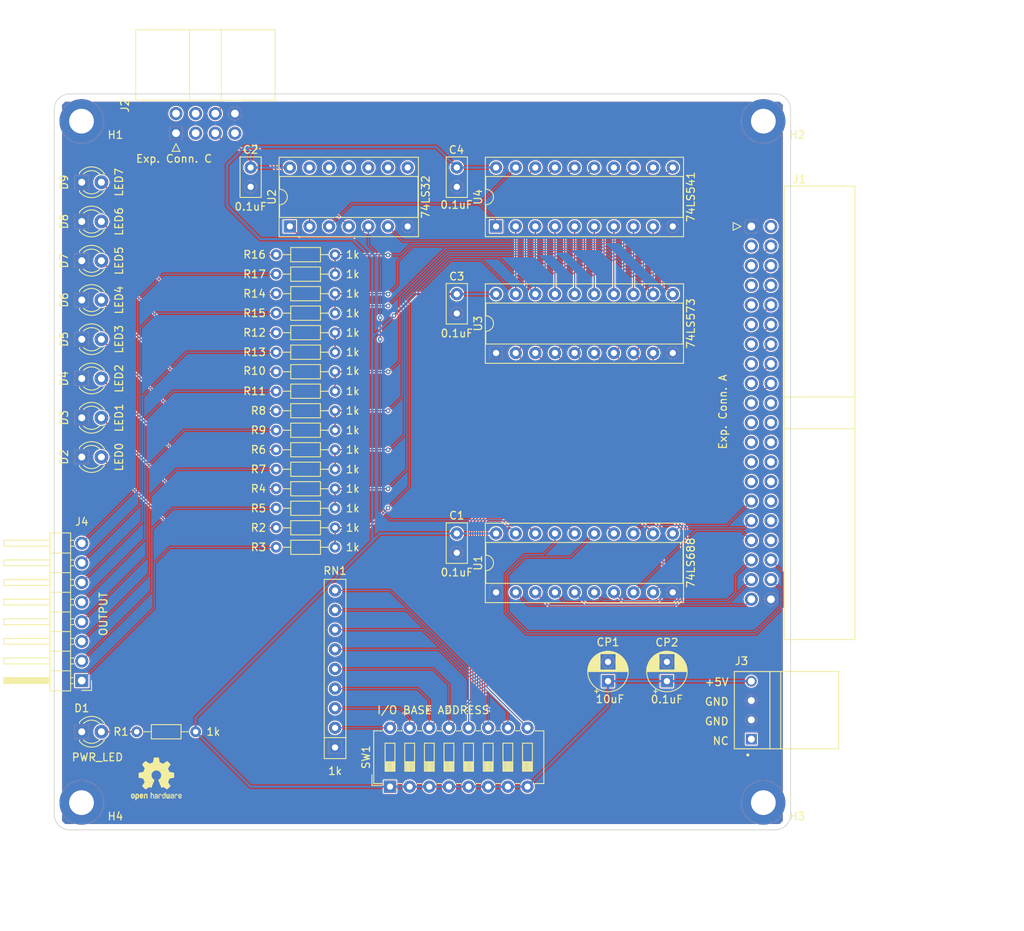
<source format=kicad_pcb>
(kicad_pcb (version 20240108) (generator "pcbnew") (generator_version "8.0")
  (title_block (date "2023-10-23"))
  (layers (0 "F.Cu" mixed) (31 "B.Cu" mixed) (34 "B.Paste" user) (35 "F.Paste" user) (36 "B.SilkS" user "B.Silkscreen") (37 "F.SilkS" user "F.Silkscreen") (38 "B.Mask" user) (39 "F.Mask" user) (44 "Edge.Cuts" user))
  (net 0 "")
  (net 1 "/+5V")
  (net 2 "/GND")
  (net 3 "/~{NMI}")
  (net 4 "/~{RESET}")
  (net 5 "/BUS_CLK")
  (net 6 "/CPU_CLK")
  (net 7 "/~{B_M1}")
  (net 8 "/~{B_IORQ}")
  (net 9 "/~{B_MREQ}")
  (net 10 "/~{B_WR}")
  (net 11 "/~{B_RD}")
  (net 12 "/~{WAIT}")
  (net 13 "/~{B_RFSH}")
  (net 14 "/B_D7")
  (net 15 "/B_D6")
  (net 16 "/B_D5")
  (net 17 "/B_D4")
  (net 18 "/B_D3")
  (net 19 "/B_D2")
  (net 20 "/B_D1")
  (net 21 "/B_D0")
  (net 22 "/B_A15")
  (net 23 "/B_A14")
  (net 24 "/B_A13")
  (net 25 "/B_A12")
  (net 26 "/B_A11")
  (net 27 "/B_A10")
  (net 28 "/B_A9")
  (net 29 "/B_A8")
  (net 30 "/B_A7")
  (net 31 "/B_A6")
  (net 32 "/B_A5")
  (net 33 "/B_A4")
  (net 34 "/B_A3")
  (net 35 "/B_A2")
  (net 36 "/B_A1")
  (net 37 "/B_A0")
  (net 38 "/~{INT}")
  (net 39 "/~{B_BUSACK}")
  (net 40 "/~{BUSREQ}")
  (net 41 "/PWR_LED+")
  (net 43 "/LED0+")
  (net 44 "/~{MEMR}")
  (net 45 "/~{MEMW}")
  (net 46 "/~{IOR}")
  (net 47 "/~{IOW}")
  (net 48 "/~{INTA}")
  (net 49 "/LED1+")
  (net 50 "/LED2+")
  (net 51 "/LED3+")
  (net 52 "/LED4+")
  (net 53 "/LED5+")
  (net 54 "/LED6+")
  (net 55 "/LED7+")
  (net 57 "/LED7")
  (net 58 "/LED6")
  (net 59 "/LED5")
  (net 60 "/LED4")
  (net 61 "/LED3")
  (net 62 "/LED2")
  (net 63 "/LED1")
  (net 64 "/LED0")
  (net 65 "/R_A0")
  (net 66 "/R_A3")
  (net 67 "/R_A4")
  (net 68 "/R_A5")
  (net 69 "/R_A7")
  (net 70 "/R_A2")
  (net 71 "/R_A1")
  (net 72 "/R_A6")
  (net 73 "/~{SIO_CS}")
  (net 77 "/~{SIO_WR}")
  (net 81 "/~{SIO_RD}")
  (net 82 "/PIN4")
  (net 83 "/PIN0")
  (net 84 "/PIN2")
  (net 85 "/PIN7")
  (net 86 "/PIN1")
  (net 87 "/PIN3")
  (net 88 "/PIN6")
  (net 89 "/PIN5")
  (footprint "MountingHole:MountingHole_3.2mm_M3_ISO7380_Pad" (layer "F.Cu") (at 28.925 28.925)
    (property "Reference" "H1")
    (property "Value" "MountingHole_Pad")
  )
  (footprint "Symbol:OSHW-Logo2_7.3x6mm_SilkScreen" (layer "F.Cu") (at 38.608 114.046)
    (property "Reference" "REF**" (hide yes))
    (property "Value" "OSHW-Logo2_7.3x6mm_SilkScreen" (hide yes))
  )
  (footprint "Capacitor_THT:C_Disc_D5.0mm_W2.5mm_P2.50mm" (layer "F.Cu") (at 50.8 34.925 -90)
    (property "Reference" "C2")
    (property "Value" "0.1uF")
  )
  (footprint "Capacitor_THT:C_Disc_D5.0mm_W2.5mm_P2.50mm" (layer "F.Cu") (at 77.47 34.925 -90)
    (property "Reference" "C4")
    (property "Value" "0.1uF")
  )
  (footprint "Resistor_THT:R_Axial_DIN0204_L3.6mm_D1.6mm_P7.62mm_Horizontal" (layer "F.Cu") (at 61.722 48.724 180)
    (property "Reference" "R17")
    (property "Value" "1k")
  )
  (footprint "LED_THT:LED_D3.0mm" (layer "F.Cu") (at 28.956 72.39)
    (property "Reference" "D2")
    (property "Value" "LED0")
  )
  (footprint "Capacitor_THT:CP_Radial_D5.0mm_P2.50mm" (layer "F.Cu") (at 97.028 101.406 90)
    (property "Reference" "CP1")
    (property "Value" "10uF")
  )
  (footprint "LED_THT:LED_D3.0mm" (layer "F.Cu") (at 28.956 52.07)
    (property "Reference" "D6")
    (property "Value" "LED4")
  )
  (footprint "Resistor_THT:R_Axial_DIN0204_L3.6mm_D1.6mm_P7.62mm_Horizontal" (layer "F.Cu") (at 61.722 51.249 180)
    (property "Reference" "R14")
    (property "Value" "1k")
  )
  (footprint "Resistor_THT:R_Axial_DIN0204_L3.6mm_D1.6mm_P7.62mm_Horizontal" (layer "F.Cu") (at 61.722 53.774 180)
    (property "Reference" "R15")
    (property "Value" "1k")
  )
  (footprint "Resistor_THT:R_Axial_DIN0204_L3.6mm_D1.6mm_P7.62mm_Horizontal" (layer "F.Cu") (at 43.688 107.95 180)
    (property "Reference" "R1")
    (property "Value" "1k")
  )
  (footprint "Connector_PinHeader_2.54mm:PinHeader_1x08_P2.54mm_Horizontal" (layer "F.Cu") (at 28.956 101.331 180)
    (property "Reference" "J4")
    (property "Value" "OUTPUT")
  )
  (footprint "Resistor_THT:R_Axial_DIN0204_L3.6mm_D1.6mm_P7.62mm_Horizontal" (layer "F.Cu") (at 61.722 63.874 180)
    (property "Reference" "R11")
    (property "Value" "1k")
  )
  (footprint "LED_THT:LED_D3.0mm" (layer "F.Cu") (at 28.956 67.31)
    (property "Reference" "D3")
    (property "Value" "LED1")
  )
  (footprint "Button_Switch_THT:SW_DIP_SPSTx08_Slide_6.7x21.88mm_W7.62mm_P2.54mm_LowProfile" (layer "F.Cu") (at 68.834 115.052 90)
    (property "Reference" "SW1")
    (property "Value" "I/O BASE ADDRESS")
  )
  (footprint "Resistor_THT:R_Axial_DIN0204_L3.6mm_D1.6mm_P7.62mm_Horizontal" (layer "F.Cu") (at 61.722 61.349 180)
    (property "Reference" "R10")
    (property "Value" "1k")
  )
  (footprint "MountingHole:MountingHole_3.2mm_M3_ISO7380_Pad" (layer "F.Cu") (at 117.125 28.925)
    (property "Reference" "H2")
    (property "Value" "MountingHole_Pad")
  )
  (footprint "LED_THT:LED_D3.0mm" (layer "F.Cu") (at 28.956 107.95)
    (property "Reference" "D1")
    (property "Value" "PWR_LED")
  )
  (footprint "Connector_IDC:IDC-Header_2x20_P2.54mm_Horizontal" (layer "F.Cu") (at 115.57 42.545)
    (property "Reference" "J1")
    (property "Value" "Exp. Conn. A")
  )
  (footprint "Resistor_THT:R_Axial_DIN0204_L3.6mm_D1.6mm_P7.62mm_Horizontal" (layer "F.Cu") (at 61.722 58.824 180)
    (property "Reference" "R13")
    (property "Value" "1k")
  )
  (footprint "Resistor_THT:R_Axial_DIN0204_L3.6mm_D1.6mm_P7.62mm_Horizontal" (layer "F.Cu") (at 61.722 73.974 180)
    (property "Reference" "R7")
    (property "Value" "1k")
  )
  (footprint "Resistor_THT:R_Axial_DIN0204_L3.6mm_D1.6mm_P7.62mm_Horizontal" (layer "F.Cu") (at 61.722 81.549 180)
    (property "Reference" "R2")
    (property "Value" "1k")
  )
  (footprint "LED_THT:LED_D3.0mm" (layer "F.Cu") (at 28.956 36.83)
    (property "Reference" "D9")
    (property "Value" "LED7")
  )
  (footprint "Resistor_THT:R_Axial_DIN0204_L3.6mm_D1.6mm_P7.62mm_Horizontal" (layer "F.Cu") (at 61.722 76.499 180)
    (property "Reference" "R4")
    (property "Value" "1k")
  )
  (footprint "Resistor_THT:R_Axial_DIN0204_L3.6mm_D1.6mm_P7.62mm_Horizontal" (layer "F.Cu") (at 61.722 71.449 180)
    (property "Reference" "R6")
    (property "Value" "1k")
  )
  (footprint "Package_DIP:DIP-20_W7.62mm_Socket" (layer "F.Cu") (at 82.55 42.545 90)
    (property "Reference" "U4")
    (property "Value" "74LS541")
  )
  (footprint "footprints:TE_171826-4" (layer "F.Cu") (at 120.12 105.156 90)
    (property "Reference" "J3")
    (property "Value" "Power")
  )
  (footprint "Resistor_THT:R_Array_SIP9" (layer "F.Cu") (at 61.722 109.982 90)
    (property "Reference" "RN1")
    (property "Value" "1k")
  )
  (footprint "Resistor_THT:R_Axial_DIN0204_L3.6mm_D1.6mm_P7.62mm_Horizontal" (layer "F.Cu") (at 61.722 56.299 180)
    (property "Reference" "R12")
    (property "Value" "1k")
  )
  (footprint "Capacitor_THT:C_Disc_D5.0mm_W2.5mm_P2.50mm" (layer "F.Cu") (at 77.47 51.308 -90)
    (property "Reference" "C3")
    (property "Value" "0.1uF")
  )
  (footprint "Capacitor_THT:C_Disc_D5.0mm_W2.5mm_P2.50mm" (layer "F.Cu") (at 77.47 82.286 -90)
    (property "Reference" "C1")
    (property "Value" "0.1uF")
  )
  (footprint "Capacitor_THT:CP_Radial_D5.0mm_P2.50mm" (layer "F.Cu") (at 104.648 101.406 90)
    (property "Reference" "CP2")
    (property "Value" "0.1uF")
  )
  (footprint "Package_DIP:DIP-14_W7.62mm_Socket" (layer "F.Cu") (at 55.875 42.545 90)
    (property "Reference" "U2")
    (property "Value" "74LS32")
  )
  (footprint "LED_THT:LED_D3.0mm" (layer "F.Cu") (at 28.956 41.91)
    (property "Reference" "D8")
    (property "Value" "LED6")
  )
  (footprint "Resistor_THT:R_Axial_DIN0204_L3.6mm_D1.6mm_P7.62mm_Horizontal" (layer "F.Cu") (at 61.722 79.024 180)
    (property "Reference" "R5")
    (property "Value" "1k")
  )
  (footprint "LED_THT:LED_D3.0mm" (layer "F.Cu") (at 28.956 57.15)
    (property "Reference" "D5")
    (property "Value" "LED3")
  )
  (footprint "Resistor_THT:R_Axial_DIN0204_L3.6mm_D1.6mm_P7.62mm_Horizontal" (layer "F.Cu") (at 61.722 46.199 180)
    (property "Reference" "R16")
    (property "Value" "1k")
  )
  (footprint "Resistor_THT:R_Axial_DIN0204_L3.6mm_D1.6mm_P7.62mm_Horizontal" (layer "F.Cu") (at 61.722 66.399 180)
    (property "Reference" "R8")
    (property "Value" "1k")
  )
  (footprint "Resistor_THT:R_Axial_DIN0204_L3.6mm_D1.6mm_P7.62mm_Horizontal" (layer "F.Cu") (at 61.722 84.074 180)
    (property "Reference" "R3")
    (property "Value" "1k")
  )
  (footprint "LED_THT:LED_D3.0mm" (layer "F.Cu") (at 28.956 46.99)
    (property "Reference" "D7")
    (property "Value" "LED5")
  )
  (footprint "Package_DIP:DIP-20_W7.62mm_Socket" (layer "F.Cu") (at 82.55 89.906 90)
    (property "Reference" "U1")
    (property "Value" "74LS688")
  )
  (footprint "MountingHole:MountingHole_3.2mm_M3_ISO7380_Pad" (layer "F.Cu") (at 28.925 117.125)
    (property "Reference" "H4")
    (property "Value" "MountingHole_Pad")
  )
  (footprint "Connector_IDC:IDC-Header_2x04_P2.54mm_Horizontal" (layer "F.Cu") (at 41.148 30.48 90)
    (property "Reference" "J2")
    (property "Value" "Exp. Conn. C")
  )
  (footprint "Package_DIP:DIP-20_W7.62mm_Socket" (layer "F.Cu") (at 82.55 58.928 90)
    (property "Reference" "U3")
    (property "Value" "74LS573")
  )
  (footprint "LED_THT:LED_D3.0mm" (layer "F.Cu") (at 28.956 62.23)
    (property "Reference" "D4")
    (property "Value" "LED2")
  )
  (footprint "MountingHole:MountingHole_3.2mm_M3_ISO7380_Pad" (layer "F.Cu") (at 117.125 117.125)
    (property "Reference" "H3")
    (property "Value" "MountingHole_Pad")
  )
  (footprint "Resistor_THT:R_Axial_DIN0204_L3.6mm_D1.6mm_P7.62mm_Horizontal" (layer "F.Cu") (at 61.722 68.924 180)
    (property "Reference" "R9")
    (property "Value" "1k")
  )
  (gr_line (start 25.4 27.4) (end 25.4 118.65) (stroke (width 0.1)) (layer "Edge.Cuts"))
  (gr_line (start 120.65 27.4) (end 120.65 118.65) (stroke (width 0.1)) (layer "Edge.Cuts"))
  (gr_arc (start 120.65 118.65) (mid 120.064214 120.064214) (end 118.65 120.65) (stroke (width 0.1)) (layer "Edge.Cuts"))
  (gr_arc (start 27.4 120.65) (mid 25.985786 120.064214) (end 25.4 118.65) (stroke (width 0.1)) (layer "Edge.Cuts"))
  (gr_arc (start 25.4 27.4) (mid 25.985786 25.985786) (end 27.4 25.4) (stroke (width 0.1)) (layer "Edge.Cuts"))
  (gr_arc (start 118.65 25.4) (mid 120.064214 25.985786) (end 120.65 27.4) (stroke (width 0.1)) (layer "Edge.Cuts"))
  (gr_line (start 27.4 120.65) (end 118.65 120.65) (stroke (width 0.1)) (layer "Edge.Cuts"))
  (gr_line (start 27.4 25.4) (end 118.65 25.4) (stroke (width 0.1)) (layer "Edge.Cuts"))
  (gr_text "GND\n" (at 109.474 107.188 0) (layer "F.SilkS") (effects (font (size 1 1)) (justify left bottom)))
  (gr_text "NC" (at 110.49 109.728 0) (layer "F.SilkS") (effects (font (size 1 1)) (justify left bottom)))
  (gr_text "GND" (at 109.474 104.648 0) (layer "F.SilkS") (effects (font (size 1 1)) (justify left bottom)))
  (gr_text "+5V\n" (at 109.474 102.108 0) (layer "F.SilkS") (effects (font (size 1 1)) (justify left bottom)))
  (segment (start 69.342 54.102) (end 72.136 51.308) (width 0.3048) (layer "F.Cu") (net 1))
  (segment (start 72.136 51.308) (end 77.47 51.308) (width 0.3048) (layer "F.Cu") (net 1))
  (via (at 69.342 54.102) (size 0.61) (drill 0.3) (layers "F.Cu" "B.Cu") (net 1))
  (segment (start 47.752 37.592) (end 47.752 34.544) (width 0.3048) (layer "B.Cu") (net 1))
  (segment (start 66.548 56.896) (end 66.548 46.736) (width 0.3048) (layer "B.Cu") (net 1))
  (segment (start 67.535576 82.286) (end 66.548 83.273576) (width 0.3048) (layer "B.Cu") (net 1))
  (segment (start 50.038 32.258) (end 73.914 32.258) (width 0.3048) (layer "B.Cu") (net 1))
  (segment (start 69.342 54.102) (end 66.548 56.896) (width 0.3048) (layer "B.Cu") (net 1))
  (segment (start 76.454 115.052) (end 73.914 115.052) (width 0.3048) (layer "B.Cu") (net 1))
  (segment (start 47.752 34.544) (end 50.038 32.258) (width 0.3048) (layer "B.Cu") (net 1))
  (segment (start 77.47 82.286) (end 82.55 82.286) (width 0.3048) (layer "B.Cu") (net 1))
  (segment (start 64.008 44.196) (end 52.07 44.196) (width 0.3048) (layer "B.Cu") (net 1))
  (segment (start 71.374 115.052) (end 68.834 115.052) (width 0.3048) (layer "B.Cu") (net 1))
  (segment (start 77.47 34.925) (end 74.803 32.258) (width 0.3048) (layer "B.Cu") (net 1))
  (segment (start 66.548 83.273576) (end 66.548 75.184) (width 0.3048) (layer "B.Cu") (net 1))
  (segment (start 66.548 46.736) (end 65.024 45.212) (width 0.3048) (layer "B.Cu") (net 1))
  (segment (start 73.914 115.052) (end 71.374 115.052) (width 0.3048) (layer "B.Cu") (net 1))
  (segment (start 47.752 39.878) (end 47.752 37.592) (width 0.3048) (layer "B.Cu") (net 1))
  (segment (start 82.55 34.925) (end 77.47 34.925) (width 0.3048) (layer "B.Cu") (net 1))
  (segment (start 74.803 32.258) (end 73.914 32.258) (width 0.3048) (layer "B.Cu") (net 1))
  (segment (start 115.57 101.406) (end 104.648 101.406) (width 0.3048) (layer "B.Cu") (net 1))
  (segment (start 43.688 106.133576) (end 66.548 83.273576) (width 0.3048) (layer "B.Cu") (net 1))
  (segment (start 81.534 115.052) (end 78.994 115.052) (width 0.3048) (layer "B.Cu") (net 1))
  (segment (start 68.834 115.052) (end 50.79 115.052) (width 0.3048) (layer "B.Cu") (net 1))
  (segment (start 78.994 115.052) (end 76.454 115.052) (width 0.3048) (layer "B.Cu") (net 1))
  (segment (start 86.614 115.052) (end 84.074 115.052) (width 0.3048) (layer "B.Cu") (net 1))
  (segment (start 84.074 115.052) (end 81.534 115.052) (width 0.3048) (layer "B.Cu") (net 1))
  (segment (start 50.8 33.02) (end 50.8 34.925) (width 0.3048) (layer "B.Cu") (net 1))
  (segment (start 104.648 101.406) (end 97.028 101.406) (width 0.3048) (layer "B.Cu") (net 1))
  (segment (start 50.038 32.258) (end 50.8 33.02) (width 0.3048) (layer "B.Cu") (net 1))
  (segment (start 77.47 82.286) (end 67.535576 82.286) (width 0.3048) (layer "B.Cu") (net 1))
  (segment (start 43.688 107.95) (end 43.688 106.133576) (width 0.3048) (layer "B.Cu") (net 1))
  (segment (start 65.024 45.212) (end 64.008 44.196) (width 0.3048) (layer "B.Cu") (net 1))
  (segment (start 55.875 34.925) (end 50.8 34.925) (width 0.3048) (layer "B.Cu") (net 1))
  (segment (start 82.55 51.308) (end 77.47 51.308) (width 0.3048) (layer "B.Cu") (net 1))
  (segment (start 97.028 104.638) (end 86.614 115.052) (width 0.3048) (layer "B.Cu") (net 1))
  (segment (start 97.028 101.406) (end 97.028 104.638) (width 0.3048) (layer "B.Cu") (net 1))
  (segment (start 52.07 44.196) (end 47.752 39.878) (width 0.3048) (layer "B.Cu") (net 1))
  (segment (start 50.79 115.052) (end 43.688 107.95) (width 0.3048) (layer "B.Cu") (net 1))
  (segment (start 66.548 75.184) (end 66.548 56.896) (width 0.3048) (layer "B.Cu") (net 1))
  (segment (start 105.41 34.925) (end 104.14 36.195) (width 0.1524) (layer "F.Cu") (net 14))
  (segment (start 104.14 36.195) (end 104.14 57.658) (width 0.1524) (layer "F.Cu") (net 14))
  (segment (start 108.712 60.198) (end 106.68 62.23) (width 0.1524) (layer "F.Cu") (net 14))
  (segment (start 108.712 52.578) (end 108.712 60.198) (width 0.1524) (layer "F.Cu") (net 14))
  (segment (start 114.935 46.355) (end 108.712 52.578) (width 0.1524) (layer "F.Cu") (net 14))
  (segment (start 118.11 45.085) (end 116.84 46.355) (width 0.1524) (layer "F.Cu") (net 14))
  (segment (start 116.84 46.355) (end 114.935 46.355) (width 0.1524) (layer "F.Cu") (net 14))
  (segment (start 106.68 62.23) (end 104.902 62.23) (width 0.1524) (layer "F.Cu") (net 14))
  (segment (start 104.14 57.658) (end 102.87 58.928) (width 0.1524) (layer "F.Cu") (net 14))
  (segment (start 102.87 60.198) (end 102.87 58.928) (width 0.1524) (layer "F.Cu") (net 14))
  (segment (start 104.902 62.23) (end 102.87 60.198) (width 0.1524) (layer "F.Cu") (net 14))
  (segment (start 112.826052 48.895) (end 109.0168 52.704252) (width 0.1524) (layer "F.Cu") (net 15))
  (segment (start 106.806252 62.5348) (end 103.9368 62.5348) (width 0.1524) (layer "F.Cu") (net 15))
  (segment (start 109.0168 52.704252) (end 109.0168 60.324252) (width 0.1524) (layer "F.Cu") (net 15))
  (segment (start 101.6 36.195) (end 101.6 57.658) (width 0.1524) (layer "F.Cu") (net 15))
  (segment (start 101.6 57.658) (end 100.33 58.928) (width 0.1524) (layer "F.Cu") (net 15))
  (segment (start 103.9368 62.5348) (end 100.33 58.928) (width 0.1524) (layer "F.Cu") (net 15))
  (segment (start 116.84 48.895) (end 112.826052 48.895) (width 0.1524) (layer "F.Cu") (net 15))
  (segment (start 118.11 47.625) (end 116.84 48.895) (width 0.1524) (layer "F.Cu") (net 15))
  (segment (start 109.0168 60.324252) (end 106.806252 62.5348) (width 0.1524) (layer "F.Cu") (net 15))
  (segment (start 102.87 34.925) (end 101.6 36.195) (width 0.1524) (layer "F.Cu") (net 15))
  (segment (start 109.3216 60.450504) (end 106.932504 62.8396) (width 0.1524) (layer "F.Cu") (net 16))
  (segment (start 106.932504 62.8396) (end 101.7016 62.8396) (width 0.1524) (layer "F.Cu") (net 16))
  (segment (start 100.33 34.925) (end 99.06 36.195) (width 0.1524) (layer "F.Cu") (net 16))
  (segment (start 110.717104 51.435) (end 109.3216 52.830504) (width 0.1524) (layer "F.Cu") (net 16))
  (segment (start 116.84 51.435) (end 110.717104 51.435) (width 0.1524) (layer "F.Cu") (net 16))
  (segment (start 118.11 50.165) (end 116.84 51.435) (width 0.1524) (layer "F.Cu") (net 16))
  (segment (start 109.3216 52.830504) (end 109.3216 60.450504) (width 0.1524) (layer "F.Cu") (net 16))
  (segment (start 99.06 57.658) (end 97.79 58.928) (width 0.1524) (layer "F.Cu") (net 16))
  (segment (start 101.7016 62.8396) (end 97.79 58.928) (width 0.1524) (layer "F.Cu") (net 16))
  (segment (start 99.06 36.195) (end 99.06 57.658) (width 0.1524) (layer "F.Cu") (net 16))
  (segment (start 96.52 36.195) (end 96.52 57.658) (width 0.1524) (layer "F.Cu") (net 17))
  (segment (start 109.6264 60.576756) (end 107.058756 63.1444) (width 0.1524) (layer "F.Cu") (net 17))
  (segment (start 97.79 34.925) (end 96.52 36.195) (width 0.1524) (layer "F.Cu") (net 17))
  (segment (start 99.4664 63.1444) (end 95.25 58.928) (width 0.1524) (layer "F.Cu") (net 17))
  (segment (start 116.84 53.975) (end 110.871 53.975) (width 0.1524) (layer "F.Cu") (net 17))
  (segment (start 96.52 57.658) (end 95.25 58.928) (width 0.1524) (layer "F.Cu") (net 17))
  (segment (start 110.871 53.975) (end 109.6264 55.2196) (width 0.1524) (layer "F.Cu") (net 17))
  (segment (start 107.058756 63.1444) (end 99.4664 63.1444) (width 0.1524) (layer "F.Cu") (net 17))
  (segment (start 118.11 52.705) (end 116.84 53.975) (width 0.1524) (layer "F.Cu") (net 17))
  (segment (start 109.6264 55.2196) (end 109.6264 60.576756) (width 0.1524) (layer "F.Cu") (net 17))
  (segment (start 109.9312 60.703008) (end 107.185008 63.4492) (width 0.1524) (layer "F.Cu") (net 18))
  (segment (start 107.185008 63.4492) (end 97.2312 63.4492) (width 0.1524) (layer "F.Cu") (net 18))
  (segment (start 116.84 56.515) (end 110.363 56.515) (width 0.1524) (layer "F.Cu") (net 18))
  (segment (start 110.363 56.515) (end 109.9312 56.9468) (width 0.1524) (layer "F.Cu") (net 18))
  (segment (start 118.11 55.245) (end 116.84 56.515) (width 0.1524) (layer "F.Cu") (net 18))
  (segment (start 95.25 34.925) (end 93.98 36.195) (width 0.1524) (layer "F.Cu") (net 18))
  (segment (start 97.2312 63.4492) (end 92.71 58.928) (width 0.1524) (layer "F.Cu") (net 18))
  (segment (start 109.9312 56.9468) (end 109.9312 60.703008) (width 0.1524) (layer "F.Cu") (net 18))
  (segment (start 93.98 57.658) (end 92.71 58.928) (width 0.1524) (layer "F.Cu") (net 18))
  (segment (start 93.98 36.195) (end 93.98 57.658) (width 0.1524) (layer "F.Cu") (net 18))
  (segment (start 118.11 57.785) (end 116.84 59.055) (width 0.1524) (layer "F.Cu") (net 19))
  (segment (start 91.44 57.658) (end 90.17 58.928) (width 0.1524) (layer "F.Cu") (net 19))
  (segment (start 91.44 36.195) (end 91.44 57.658) (width 0.1524) (layer "F.Cu") (net 19))
  (segment (start 94.996 63.754) (end 90.17 58.928) (width 0.1524) (layer "F.Cu") (net 19))
  (segment (start 107.31126 63.754) (end 94.996 63.754) (width 0.1524) (layer "F.Cu") (net 19))
  (segment (start 111.125 59.055) (end 110.236 59.944) (width 0.1524) (layer "F.Cu") (net 19))
  (segment (start 92.71 34.925) (end 91.44 36.195) (width 0.1524) (layer "F.Cu") (net 19))
  (segment (start 110.236 59.944) (end 110.236 60.82926) (width 0.1524) (layer "F.Cu") (net 19))
  (segment (start 116.84 59.055) (end 111.125 59.055) (width 0.1524) (layer "F.Cu") (net 19))
  (segment (start 110.236 60.82926) (end 107.31126 63.754) (width 0.1524) (layer "F.Cu") (net 19))
  (segment (start 118.11 60.325) (end 116.84 61.595) (width 0.1524) (layer "F.Cu") (net 20))
  (segment (start 88.9 36.195) (end 88.9 57.658) (width 0.1524) (layer "F.Cu") (net 20))
  (segment (start 107.437512 64.0588) (end 92.7608 64.0588) (width 0.1524) (layer "F.Cu") (net 20))
  (segment (start 109.901312 61.595) (end 107.437512 64.0588) (width 0.1524) (layer "F.Cu") (net 20))
  (segment (start 92.7608 64.0588) (end 87.63 58.928) (width 0.1524) (layer "F.Cu") (net 20))
  (segment (start 90.17 34.925) (end 88.9 36.195) (width 0.1524) (layer "F.Cu") (net 20))
  (segment (start 116.84 61.595) (end 109.901312 61.595) (width 0.1524) (layer "F.Cu") (net 20))
  (segment (start 88.9 57.658) (end 87.63 58.928) (width 0.1524) (layer "F.Cu") (net 20))
  (segment (start 86.36 57.658) (end 85.09 58.928) (width 0.1524) (layer "F.Cu") (net 21))
  (segment (start 87.63 34.925) (end 86.36 36.195) (width 0.1524) (layer "F.Cu") (net 21))
  (segment (start 86.36 36.195) (end 86.36 57.658) (width 0.1524) (layer "F.Cu") (net 21))
  (segment (start 118.11 62.865) (end 116.84 64.135) (width 0.1524) (layer "F.Cu") (net 21))
  (segment (start 116.84 64.135) (end 107.792364 64.135) (width 0.1524) (layer "F.Cu") (net 21))
  (segment (start 107.792364 64.135) (end 107.563764 64.3636) (width 0.1524) (layer "F.Cu") (net 21))
  (segment (start 90.5256 64.3636) (end 85.09 58.928) (width 0.1524) (layer "F.Cu") (net 21))
  (segment (start 107.563764 64.3636) (end 90.5256 64.3636) (width 0.1524) (layer "F.Cu") (net 21))
  (segment (start 83.7566 92.569652) (end 86.487748 95.3008) (width 0.1524) (layer "B.Cu") (net 30))
  (segment (start 116.204252 95.3008) (end 119.6848 91.820252) (width 0.1524) (layer "B.Cu") (net 30))
  (segment (start 86.487748 95.3008) (end 116.204252 95.3008) (width 0.1524) (layer "B.Cu") (net 30))
  (segment (start 88.646 85.0392) (end 86.233748 85.0392) (width 0.1524) (layer "B.Cu") (net 30))
  (segment (start 119.6848 91.820252) (end 119.6848 87.2998) (width 0.1524) (layer "B.Cu") (net 30))
  (segment (start 90.17 82.286) (end 90.17 83.5152) (width 0.1524) (layer "B.Cu") (net 30))
  (segment (start 119.6848 87.2998) (end 118.11 85.725) (width 0.1524) (layer "B.Cu") (net 30))
  (segment (start 86.233748 85.0392) (end 83.7566 87.516348) (width 0.1524) (layer "B.Cu") (net 30))
  (segment (start 90.17 83.5152) (end 88.646 85.0392) (width 0.1524) (layer "B.Cu") (net 30))
  (segment (start 83.7566 87.516348) (end 83.7566 92.569652) (width 0.1524) (layer "B.Cu") (net 30))
  (segment (start 86.614 94.996) (end 116.078 94.996) (width 0.1524) (layer "B.Cu") (net 31))
  (segment (start 119.38 91.694) (end 119.38 89.535) (width 0.1524) (layer "B.Cu") (net 31))
  (segment (start 119.38 89.535) (end 118.11 88.265) (width 0.1524) (layer "B.Cu") (net 31))
  (segment (start 84.0614 87.6426) (end 84.0614 92.4434) (width 0.1524) (layer "B.Cu") (net 31))
  (segment (start 84.0614 92.4434) (end 86.614 94.996) (width 0.1524) (layer "B.Cu") (net 31))
  (segment (start 86.36 85.344) (end 84.0614 87.6426) (width 0.1524) (layer "B.Cu") (net 31))
  (segment (start 116.078 94.996) (end 119.38 91.694) (width 0.1524) (layer "B.Cu") (net 31))
  (segment (start 92.192 85.344) (end 86.36 85.344) (width 0.1524) (layer "B.Cu") (net 31))
  (segment (start 95.25 82.286) (end 92.192 85.344) (width 0.1524) (layer "B.Cu") (net 31))
  (segment (start 101.3586 81.2574) (end 112.4176 81.2574) (width 0.1524) (layer "B.Cu") (net 32))
  (segment (start 100.33 82.286) (end 101.3586 81.2574) (width 0.1524) (layer "B.Cu") (net 32))
  (segment (start 112.4176 81.2574) (end 115.57 78.105) (width 0.1524) (layer "B.Cu") (net 32))
  (segment (start 105.41 82.286) (end 106.1338 81.5622) (width 0.1524) (layer "B.Cu") (net 33))
  (segment (start 106.1338 81.5622) (end 114.6528 81.5622) (width 0.1524) (layer "B.Cu") (net 33))
  (segment (start 114.6528 81.5622) (end 115.57 80.645) (width 0.1524) (layer "B.Cu") (net 33))
  (segment (start 108.369 81.867) (end 114.252 81.867) (width 0.1524) (layer "B.Cu") (net 34))
  (segment (start 100.33 89.906) (end 108.369 81.867) (width 0.1524) (layer "B.Cu") (net 34))
  (segment (start 114.252 81.867) (end 115.57 83.185) (width 0.1524) (layer "B.Cu") (net 34))
  (segment (start 113.538 89.865948) (end 113.538 87.757) (width 0.1524) (layer "B.Cu") (net 35))
  (segment (start 96.2786 90.9346) (end 112.469348 90.9346) (width 0.1524) (layer "B.Cu") (net 35))
  (segment (start 95.25 89.906) (end 96.2786 90.9346) (width 0.1524) (layer "B.Cu") (net 35))
  (segment (start 113.538 87.757) (end 115.57 85.725) (width 0.1524) (layer "B.Cu") (net 35))
  (segment (start 112.469348 90.9346) (end 113.538 89.865948) (width 0.1524) (layer "B.Cu") (net 35))
  (segment (start 112.5956 91.2394) (end 115.57 88.265) (width 0.1524) (layer "B.Cu") (net 36))
  (segment (start 91.5034 91.2394) (end 112.5956 91.2394) (width 0.1524) (layer "B.Cu") (net 36))
  (segment (start 90.17 89.906) (end 91.5034 91.2394) (width 0.1524) (layer "B.Cu") (net 36))
  (segment (start 85.09 89.906) (end 86.7282 91.5442) (width 0.1524) (layer "B.Cu") (net 37))
  (segment (start 86.7282 91.5442) (end 114.8308 91.5442) (width 0.1524) (layer "B.Cu") (net 37))
  (segment (start 114.8308 91.5442) (end 115.57 90.805) (width 0.1524) (layer "B.Cu") (net 37))
  (segment (start 36.068 107.95) (end 31.496 107.95) (width 0.1524) (layer "F.Cu") (net 41))
  (segment (start 54.102 81.549) (end 40.655 81.549) (width 0.1524) (layer "F.Cu") (net 43))
  (segment (start 40.655 81.549) (end 31.496 72.39) (width 0.1524) (layer "F.Cu") (net 43))
  (segment (start 48.26 32.512) (end 46.228 30.48) (width 0.1524) (layer "F.Cu") (net 46))
  (segment (start 58.415 42.545) (end 58.415 39.542052) (width 0.1524) (layer "F.Cu") (net 46))
  (segment (start 51.384948 32.512) (end 48.26 32.512) (width 0.1524) (layer "F.Cu") (net 46))
  (segment (start 58.415 39.542052) (end 51.384948 32.512) (width 0.1524) (layer "F.Cu") (net 46))
  (segment (start 60.574 39.624) (end 58.928 39.624) (width 0.1524) (layer "F.Cu") (net 47))
  (segment (start 47.498 26.67) (end 46.228 27.94) (width 0.1524) (layer "F.Cu") (net 47))
  (segment (start 58.928 39.624) (end 50.292 30.988) (width 0.1524) (layer "F.Cu") (net 47))
  (segment (start 49.5926 26.67) (end 47.498 26.67) (width 0.1524) (layer "F.Cu") (net 47))
  (segment (start 63.495 42.545) (end 60.574 39.624) (width 0.1524) (layer "F.Cu") (net 47))
  (segment (start 50.292 27.3694) (end 49.5926 26.67) (width 0.1524) (layer "F.Cu") (net 47))
  (segment (start 50.292 30.988) (end 50.292 27.3694) (width 0.1524) (layer "F.Cu") (net 47))
  (segment (start 54.102 76.499) (end 40.685 76.499) (width 0.1524) (layer "F.Cu") (net 49))
  (segment (start 40.685 76.499) (end 31.496 67.31) (width 0.1524) (layer "F.Cu") (net 49))
  (segment (start 54.102 71.449) (end 40.715 71.449) (width 0.1524) (layer "F.Cu") (net 50))
  (segment (start 40.715 71.449) (end 31.496 62.23) (width 0.1524) (layer "F.Cu") (net 50))
  (segment (start 40.745 66.399) (end 31.496 57.15) (width 0.1524) (layer "F.Cu") (net 51))
  (segment (start 54.102 66.399) (end 40.745 66.399) (width 0.1524) (layer "F.Cu") (net 51))
  (segment (start 40.775 61.349) (end 31.496 52.07) (width 0.1524) (layer "F.Cu") (net 52))
  (segment (start 54.102 61.349) (end 40.775 61.349) (width 0.1524) (layer "F.Cu") (net 52))
  (segment (start 54.102 56.299) (end 40.805 56.299) (width 0.1524) (layer "F.Cu") (net 53))
  (segment (start 40.805 56.299) (end 31.496 46.99) (width 0.1524) (layer "F.Cu") (net 53))
  (segment (start 40.835 51.249) (end 31.496 41.91) (width 0.1524) (layer "F.Cu") (net 54))
  (segment (start 54.102 51.249) (end 40.835 51.249) (width 0.1524) (layer "F.Cu") (net 54))
  (segment (start 54.102 46.199) (end 40.865 46.199) (width 0.1524) (layer "F.Cu") (net 55))
  (segment (start 40.865 46.199) (end 31.496 36.83) (width 0.1524) (layer "F.Cu") (net 55))
  (segment (start 61.722 46.199) (end 61.722 48.724) (width 0.1524) (layer "F.Cu") (net 57))
  (segment (start 68.58 46.228) (end 68.551 46.199) (width 0.1524) (layer "F.Cu") (net 57))
  (segment (start 68.551 46.199) (end 61.722 46.199) (width 0.1524) (layer "F.Cu") (net 57))
  (segment (start 102.87 42.545) (end 102.87 51.308) (width 0.1524) (layer "F.Cu") (net 57))
  (via (at 68.58 46.228) (size 0.61) (drill 0.3) (layers "F.Cu" "B.Cu") (net 57))
  (segment (start 71.654148 44.7548) (end 96.3168 44.7548) (width 0.1524) (layer "B.Cu") (net 57))
  (segment (start 70.180948 46.228) (end 71.654148 44.7548) (width 0.1524) (layer "B.Cu") (net 57))
  (segment (start 96.3168 44.7548) (end 102.87 51.308) (width 0.1524) (layer "B.Cu") (net 57))
  (segment (start 68.58 46.228) (end 70.180948 46.228) (width 0.1524) (layer "B.Cu") (net 57))
  (segment (start 100.33 42.545) (end 100.33 51.308) (width 0.1524) (layer "F.Cu") (net 58))
  (segment (start 61.722 51.249) (end 61.722 53.774) (width 0.1524) (layer "F.Cu") (net 58))
  (segment (start 68.58 51.308) (end 68.521 51.249) (width 0.1524) (layer "F.Cu") (net 58))
  (segment (start 68.521 51.249) (end 61.722 51.249) (width 0.1524) (layer "F.Cu") (net 58))
  (via (at 68.58 51.308) (size 0.61) (drill 0.3) (layers "F.Cu" "B.Cu") (net 58))
  (segment (start 100.33 49.199052) (end 100.33 51.308) (width 0.1524) (layer "B.Cu") (net 58))
  (segment (start 68.58 51.308) (end 69.821096 50.066904) (width 0.1524) (layer "B.Cu") (net 58))
  (segment (start 71.7804 45.0596) (end 96.190548 45.0596) (width 0.1524) (layer "B.Cu") (net 58))
  (segment (start 69.821096 47.018904) (end 71.7804 45.0596) (width 0.1524) (layer "B.Cu") (net 58))
  (segment (start 69.821096 50.066904) (end 69.821096 47.018904) (width 0.1524) (layer "B.Cu") (net 58))
  (segment (start 96.190548 45.0596) (end 100.33 49.199052) (width 0.1524) (layer "B.Cu") (net 58))
  (segment (start 68.58 52.832) (end 65.189 52.832) (width 0.1524) (layer "F.Cu") (net 59))
  (segment (start 65.189 52.832) (end 61.722 56.299) (width 0.1524) (layer "F.Cu") (net 59))
  (segment (start 61.722 56.299) (end 61.722 58.824) (width 0.1524) (layer "F.Cu") (net 59))
  (segment (start 97.79 42.545) (end 97.79 51.308) (width 0.1524) (layer "F.Cu") (net 59))
  (via (at 68.58 52.832) (size 0.61) (drill 0.3) (layers "F.Cu" "B.Cu") (net 59))
  (segment (start 97.79 47.090104) (end 96.064296 45.3644) (width 0.1524) (layer "B.Cu") (net 59))
  (segment (start 76.0476 45.3644) (end 68.58 52.832) (width 0.1524) (layer "B.Cu") (net 59))
  (segment (start 96.064296 45.3644) (end 76.0476 45.3644) (width 0.1524) (layer "B.Cu") (net 59))
  (segment (start 97.79 51.308) (end 97.79 47.090104) (width 0.1524) (layer "B.Cu") (net 59))
  (segment (start 61.722 61.349) (end 61.722 63.874) (width 0.1524) (layer "F.Cu") (net 60))
  (segment (start 68.58 61.349) (end 61.722 61.349) (width 0.1524) (layer "F.Cu") (net 60))
  (segment (start 95.25 42.545) (end 95.25 51.308) (width 0.1524) (layer "F.Cu") (net 60))
  (via (at 68.58 61.349) (size 0.61) (drill 0.3) (layers "F.Cu" "B.Cu") (net 60))
  (segment (start 76.173852 45.6692) (end 91.8972 45.6692) (width 0.1524) (layer "B.Cu") (net 60))
  (segment (start 95.25 49.022) (end 95.25 51.308) (width 0.1524) (layer "B.Cu") (net 60))
  (segment (start 91.8972 45.6692) (end 95.25 49.022) (width 0.1524) (layer "B.Cu") (net 60))
  (segment (start 70.104 59.944) (end 70.104 51.739052) (width 0.1524) (layer "B.Cu") (net 60))
  (segment (start 70.104 51.739052) (end 76.173852 45.6692) (width 0.1524) (layer "B.Cu") (net 60))
  (segment (start 68.699 61.349) (end 70.104 59.944) (width 0.1524) (layer "B.Cu") (net 60))
  (segment (start 68.58 61.349) (end 68.699 61.349) (width 0.1524) (layer "B.Cu") (net 60))
  (segment (start 92.71 42.545) (end 92.71 51.308) (width 0.1524) (layer "F.Cu") (net 61))
  (segment (start 61.722 66.399) (end 61.722 68.924) (width 0.1524) (layer "F.Cu") (net 61))
  (segment (start 68.58 66.399) (end 61.722 66.399) (width 0.1524) (layer "F.Cu") (net 61))
  (via (at 68.58 66.399) (size 0.61) (drill 0.3) (layers "F.Cu" "B.Cu") (net 61))
  (segment (start 68.58 66.399) (end 70.4088 64.5702) (width 0.1524) (layer "B.Cu") (net 61))
  (segment (start 76.300104 45.974) (end 89.916 45.974) (width 0.1524) (layer "B.Cu") (net 61))
  (segment (start 92.71 48.768) (end 92.71 51.308) (width 0.1524) (layer "B.Cu") (net 61))
  (segment (start 70.4088 64.5702) (end 70.4088 51.865304) (width 0.1524) (layer "B.Cu") (net 61))
  (segment (start 70.4088 51.865304) (end 76.300104 45.974) (width 0.1524) (layer "B.Cu") (net 61))
  (segment (start 89.916 45.974) (end 92.71 48.768) (width 0.1524) (layer "B.Cu") (net 61))
  (segment (start 90.17 42.545) (end 90.17 51.308) (width 0.1524) (layer "F.Cu") (net 62))
  (segment (start 68.58 71.449) (end 61.722 71.449) (width 0.1524) (layer "F.Cu") (net 62))
  (segment (start 61.722 71.449) (end 61.722 73.974) (width 0.1524) (layer "F.Cu") (net 62))
  (via (at 68.58 71.449) (size 0.61) (drill 0.3) (layers "F.Cu" "B.Cu") (net 62))
  (segment (start 76.426356 46.2788) (end 87.6808 46.2788) (width 0.1524) (layer "B.Cu") (net 62))
  (segment (start 70.7136 51.991556) (end 76.426356 46.2788) (width 0.1524) (layer "B.Cu") (net 62))
  (segment (start 70.7136 69.4944) (end 70.7136 51.991556) (width 0.1524) (layer "B.Cu") (net 62))
  (segment (start 68.759 71.449) (end 70.7136 69.4944) (width 0.1524) (layer "B.Cu") (net 62))
  (segment (start 87.6808 46.2788) (end 90.17 48.768) (width 0.1524) (layer "B.Cu") (net 62))
  (segment (start 68.58 71.449) (end 68.759 71.449) (width 0.1524) (layer "B.Cu") (net 62))
  (segment (start 90.17 48.768) (end 90.17 51.308) (width 0.1524) (layer "B.Cu") (net 62))
  (segment (start 68.58 76.499) (end 61.722 76.499) (width 0.1524) (layer "F.Cu") (net 63))
  (segment (start 61.722 76.499) (end 61.722 79.024) (width 0.1524) (layer "F.Cu") (net 63))
  (segment (start 87.63 42.545) (end 87.63 51.308) (width 0.1524) (layer "F.Cu") (net 63))
  (via (at 68.58 76.499) (size 0.61) (drill 0.3) (layers "F.Cu" "B.Cu") (net 63))
  (segment (start 76.552608 46.5836) (end 82.9056 46.5836) (width 0.1524) (layer "B.Cu") (net 63))
  (segment (start 71.0184 52.117808) (end 76.552608 46.5836) (width 0.1524) (layer "B.Cu") (net 63))
  (segment (start 68.58 76.499) (end 68.58 76.454) (width 0.1524) (layer "B.Cu") (net 63))
  (segment (start 71.0184 74.0156) (end 71.0184 52.117808) (width 0.1524) (layer "B.Cu") (net 63))
  (segment (start 68.58 76.454) (end 71.0184 74.0156) (width 0.1524) (layer "B.Cu") (net 63))
  (segment (start 82.9056 46.5836) (end 87.63 51.308) (width 0.1524) (layer "B.Cu") (net 63))
  (segment (start 66.025 81.549) (end 61.722 81.549) (width 0.1524) (layer "F.Cu") (net 64))
  (segment (start 61.722 81.549) (end 61.722 84.074) (width 0.1524) (layer "F.Cu") (net 64))
  (segment (start 68.58 78.994) (end 66.025 81.549) (width 0.1524) (layer "F.Cu") (net 64))
  (segment (start 85.09 42.545) (end 85.09 51.308) (width 0.1524) (layer "F.Cu") (net 64))
  (via (at 68.58 78.994) (size 0.61) (drill 0.3) (layers "F.Cu" "B.Cu") (net 64))
  (segment (start 68.58 78.994) (end 71.3232 76.2508) (width 0.1524) (layer "B.Cu") (net 64))
  (segment (start 76.67886 46.8884) (end 80.6704 46.8884) (width 0.1524) (layer "B.Cu") (net 64))
  (segment (start 80.6704 46.8884) (end 85.09 51.308) (width 0.1524) (layer "B.Cu") (net 64))
  (segment (start 71.3232 76.2508) (end 71.3232 52.24406) (width 0.1524) (layer "B.Cu") (net 64))
  (segment (start 71.3232 52.24406) (end 76.67886 46.8884) (width 0.1524) (layer "B.Cu") (net 64))
  (segment (start 107.188 90.17) (end 105.6132 91.7448) (width 0.1524) (layer "F.Cu") (net 65))
  (segment (start 78.273192 104.7496) (end 79.248 103.774792) (width 0.1524) (layer "F.Cu") (net 65))
  (segment (start 89.4688 91.7448) (end 87.63 89.906) (width 0.1524) (layer "F.Cu") (net 65))
  (segment (start 80.8962 79.1238) (end 104.7778 79.1238) (width 0.1524) (layer "F.Cu") (net 65))
  (segment (start 105.6132 91.7448) (end 89.4688 91.7448) (width 0.1524) (layer "F.Cu") (net 65))
  (segment (start 71.5164 104.7496) (end 78.273192 104.7496) (width 0.1524) (layer "F.Cu") (net 65))
  (segment (start 79.248 103.774792) (end 79.248 80.772) (width 0.1524) (layer "F.Cu") (net 65))
  (segment (start 107.188 81.534) (end 107.188 90.17) (width 0.1524) (layer "F.Cu") (net 65))
  (segment (start 79.248 80.772) (end 80.8962 79.1238) (width 0.1524) (layer "F.Cu") (net 65))
  (segment (start 68.834 107.432) (end 71.5164 104.7496) (width 0.1524) (layer "F.Cu") (net 65))
  (segment (start 104.7778 79.1238) (end 107.188 81.534) (width 0.1524) (layer "F.Cu") (net 65))
  (segment (start 68.834 107.432) (end 61.732 107.432) (width 0.1524) (layer "B.Cu") (net 65))
  (segment (start 61.732 107.432) (end 61.722 107.442) (width 0.1524) (layer "B.Cu") (net 65))
  (segment (start 78.6892 105.664) (end 78.6892 105.626748) (width 0.1524) (layer "F.Cu") (net 66))
  (segment (start 80.1624 81.150756) (end 81.274956 80.0382) (width 0.1524) (layer "F.Cu") (net 66))
  (segment (start 104.14 88.636) (end 102.87 89.906) (width 0.1524) (layer "F.Cu") (net 66))
  (segment (start 81.274956 80.0382) (end 102.3902 80.0382) (width 0.1524) (layer "F.Cu") (net 66))
  (segment (start 80.1624 104.153548) (end 80.1624 81.150756) (width 0.1524) (layer "F.Cu") (net 66))
  (segment (start 104.14 81.788) (end 104.14 88.636) (width 0.1524) (layer "F.Cu") (net 66))
  (segment (start 78.6892 105.626748) (end 80.1624 104.153548) (width 0.1524) (layer "F.Cu") (net 66))
  (segment (start 102.3902 80.0382) (end 104.14 81.788) (width 0.1524) (layer "F.Cu") (net 66))
  (segment (start 78.222 105.664) (end 78.6892 105.664) (width 0.1524) (layer "F.Cu") (net 66))
  (segment (start 76.454 107.432) (end 78.222 105.664) (width 0.1524) (layer "F.Cu") (net 66))
  (segment (start 74.422 99.822) (end 61.722 99.822) (width 0.1524) (layer "B.Cu") (net 66))
  (segment (start 76.454 107.432) (end 76.454 101.854) (width 0.1524) (layer "B.Cu") (net 66))
  (segment (start 76.454 101.854) (end 74.422 99.822) (width 0.1524) (layer "B.Cu") (net 66))
  (segment (start 81.401208 80.343) (end 100.927 80.343) (width 0.1524) (layer "F.Cu") (net 67))
  (segment (start 78.994 105.753) (end 80.4672 104.2798) (width 0.1524) (layer "F.Cu") (net 67))
  (segment (start 100.927 80.343) (end 102.87 82.286) (width 0.1524) (layer "F.Cu") (net 67))
  (segment (start 78.994 107.432) (end 78.994 105.753) (width 0.1524) (layer "F.Cu") (net 67))
  (segment (start 80.4672 81.277008) (end 81.401208 80.343) (width 0.1524) (layer "F.Cu") (net 67))
  (segment (start 80.4672 104.2798) (end 80.4672 81.277008) (width 0.1524) (layer "F.Cu") (net 67))
  (segment (start 78.994 107.432) (end 78.994 101.115156) (width 0.1524) (layer "B.Cu") (net 67))
  (segment (start 78.994 101.115156) (end 75.160844 97.282) (width 0.1524) (layer "B.Cu") (net 67))
  (segment (start 75.160844 97.282) (end 61.722 97.282) (width 0.1524) (layer "B.Cu") (net 67))
  (segment (start 80.772 104.406052) (end 80.772 81.40326) (width 0.1524) (layer "F.Cu") (net 68))
  (segment (start 81.534 107.432) (end 80.518 106.416) (width 0.1524) (layer "F.Cu") (net 68))
  (segment (start 80.518 104.660052) (end 80.772 104.406052) (width 0.1524) (layer "F.Cu") (net 68))
  (segment (start 81.52746 80.6478) (end 96.1518 80.6478) (width 0.1524) (layer "F.Cu") (net 68))
  (segment (start 96.1518 80.6478) (end 97.79 82.286) (width 0.1524) (layer "F.Cu") (net 68))
  (segment (start 80.518 106.416) (end 80.518 104.660052) (width 0.1524) (layer "F.Cu") (net 68))
  (segment (start 80.772 81.40326) (end 81.52746 80.6478) (width 0.1524) (layer "F.Cu") (net 68))
  (segment (start 73.051896 94.742) (end 61.722 94.742) (width 0.1524) (layer "B.Cu") (net 68))
  (segment (start 81.534 107.432) (end 81.534 103.224104) (width 0.1524) (layer "B.Cu") (net 68))
  (segment (start 81.534 103.224104) (end 73.051896 94.742) (width 0.1524) (layer "B.Cu") (net 68))
  (segment (start 81.779964 81.2574) (end 86.6014 81.2574) (width 0.1524) (layer "F.Cu") (net 69))
  (segment (start 81.3816 102.1996) (end 81.3816 81.655764) (width 0.1524) (layer "F.Cu") (net 69))
  (segment (start 86.614 107.432) (end 81.3816 102.1996) (width 0.1524) (layer "F.Cu") (net 69))
  (segment (start 86.6014 81.2574) (end 87.63 82.286) (width 0.1524) (layer "F.Cu") (net 69))
  (segment (start 81.3816 81.655764) (end 81.779964 81.2574) (width 0.1524) (layer "F.Cu") (net 69))
  (segment (start 86.614 107.432) (end 79.004 99.822) (width 0.1524) (layer "B.Cu") (net 69))
  (segment (start 78.994 99.822) (end 68.834 89.662) (width 0.1524) (layer "B.Cu") (net 69))
  (segment (start 68.834 89.662) (end 61.722 89.662) (width 0.1524) (layer "B.Cu") (net 69))
  (segment (start 79.004 99.822) (end 78.994 99.822) (width 0.1524) (layer "B.Cu") (net 69))
  (segment (start 104.14 89.408) (end 104.14 90.424) (width 0.1524) (layer "F.Cu") (net 70))
  (segment (start 99.0192 91.1352) (end 97.79 89.906) (width 0.1524) (layer "F.Cu") (net 70))
  (segment (start 79.8576 81.024504) (end 81.148704 79.7334) (width 0.1524) (layer "F.Cu") (net 70))
  (segment (start 104.525296 79.7334) (end 106.5784 81.786504) (width 0.1524) (layer "F.Cu") (net 70))
  (segment (start 79.8576 104.027296) (end 79.8576 81.024504) (width 0.1524) (layer "F.Cu") (net 70))
  (segment (start 78.525696 105.3592) (end 79.8576 104.027296) (width 0.1524) (layer "F.Cu") (net 70))
  (segment (start 106.5784 86.9696) (end 104.14 89.408) (width 0.1524) (layer "F.Cu") (net 70))
  (segment (start 103.4288 91.1352) (end 99.0192 91.1352) (width 0.1524) (layer "F.Cu") (net 70))
  (segment (start 106.5784 81.786504) (end 106.5784 86.9696) (width 0.1524) (layer "F.Cu") (net 70))
  (segment (start 81.148704 79.7334) (end 104.525296 79.7334) (width 0.1524) (layer "F.Cu") (net 70))
  (segment (start 104.14 90.424) (end 103.4288 91.1352) (width 0.1524) (layer "F.Cu") (net 70))
  (segment (start 73.914 107.432) (end 75.9868 105.3592) (width 0.1524) (layer "F.Cu") (net 70))
  (segment (start 75.9868 105.3592) (end 78.525696 105.3592) (width 0.1524) (layer "F.Cu") (net 70))
  (segment (start 73.914 103.886) (end 72.39 102.362) (width 0.1524) (layer "B.Cu") (net 70))
  (segment (start 73.914 107.432) (end 73.914 103.886) (width 0.1524) (layer "B.Cu") (net 70))
  (segment (start 72.39 102.362) (end 61.722 102.362) (width 0.1524) (layer "B.Cu") (net 70))
  (segment (start 105.486948 91.44) (end 94.244 91.44) (width 0.1524) (layer "F.Cu") (net 71))
  (segment (start 104.651548 79.4286) (end 106.8832 81.660252) (width 0.1524) (layer "F.Cu") (net 71))
  (segment (start 79.5528 103.901044) (end 79.5528 80.898252) (width 0.1524) (layer "F.Cu") (net 71))
  (segment (start 81.022452 79.4286) (end 104.651548 79.4286) (width 0.1524) (layer "F.Cu") (net 71))
  (segment (start 106.8832 90.043748) (end 105.486948 91.44) (width 0.1524) (layer "F.Cu") (net 71))
  (segment (start 94.244 91.44) (end 92.71 89.906) (width 0.1524) (layer "F.Cu") (net 71))
  (segment (start 79.5528 80.898252) (end 81.022452 79.4286) (width 0.1524) (layer "F.Cu") (net 71))
  (segment (start 78.399444 105.0544) (end 79.5528 103.901044) (width 0.1524) (layer "F.Cu") (net 71))
  (segment (start 73.7516 105.0544) (end 78.399444 105.0544) (width 0.1524) (layer "F.Cu") (net 71))
  (segment (start 106.8832 81.660252) (end 106.8832 90.043748) (width 0.1524) (layer "F.Cu") (net 71))
  (segment (start 71.374 107.432) (end 73.7516 105.0544) (width 0.1524) (layer "F.Cu") (net 71))
  (segment (start 71.374 106.172) (end 70.104 104.902) (width 0.1524) (layer "B.Cu") (net 71))
  (segment (start 70.104 104.902) (end 61.722 104.902) (width 0.1524) (layer "B.Cu") (net 71))
  (segment (start 71.374 107.432) (end 71.374 106.172) (width 0.1524) (layer "B.Cu") (net 71))
  (segment (start 84.074 107.432) (end 81.0768 104.4348) (width 0.1524) (layer "F.Cu") (net 72))
  (segment (start 91.3766 80.9526) (end 92.71 82.286) (width 0.1524) (layer "F.Cu") (net 72))
  (segment (start 81.0768 104.4348) (end 81.0768 81.529512) (width 0.1524) (layer "F.Cu") (net 72))
  (segment (start 81.653712 80.9526) (end 91.3766 80.9526) (width 0.1524) (layer "F.Cu") (net 72))
  (segment (start 81.0768 81.529512) (end 81.653712 80.9526) (width 0.1524) (layer "F.Cu") (net 72))
  (segment (start 83.482474 104.731526) (end 83.472474 104.731526) (width 0.1524) (layer "B.Cu") (net 72))
  (segment (start 84.074 105.323052) (end 83.482474 104.731526) (width 0.1524) (layer "B.Cu") (net 72))
  (segment (start 84.074 107.432) (end 84.074 105.323052) (width 0.1524) (layer "B.Cu") (net 72))
  (segment (start 70.942948 92.202) (end 61.722 92.202) (width 0.1524) (layer "B.Cu") (net 72))
  (segment (start 83.472474 104.731526) (end 70.942948 92.202) (width 0.1524) (layer "B.Cu") (net 72))
  (segment (start 57.272 43.942) (end 55.875 42.545) (width 0.1524) (layer "F.Cu") (net 73))
  (segment (start 66.035 42.545) (end 64.638 43.942) (width 0.1524) (layer "F.Cu") (net 73))
  (segment (start 67.564 54.356) (end 67.564 57.15) (width 0.1524) (layer "F.Cu") (net 73))
  (segment (start 64.638 43.942) (end 57.272 43.942) (width 0.1524) (layer "F.Cu") (net 73))
  (via (at 67.564 57.15) (size 0.61) (drill 0.3) (layers "F.Cu" "B.Cu") (net 73))
  (via (at 67.564 54.356) (size 0.61) (drill 0.3) (layers "F.Cu" "B.Cu") (net 73))
  (segment (start 68.834 80.518) (end 83.322 80.518) (width 0.1524) (layer "B.Cu") (net 73))
  (segment (start 83.322 80.518) (end 85.09 82.286) (width 0.1524) (layer "B.Cu") (net 73))
  (segment (start 67.564 54.356) (end 67.564 46.482) (width 0.1524) (layer "B.Cu") (net 73))
  (segment (start 67.564 79.248) (end 68.834 80.518) (width 0.1524) (layer "B.Cu") (net 73))
  (segment (start 66.035 44.953) (end 66.035 42.545) (width 0.1524) (layer "B.Cu") (net 73))
  (segment (start 67.564 57.15) (end 67.564 79.248) (width 0.1524) (layer "B.Cu") (net 73))
  (segment (start 67.564 46.482) (end 66.035 44.953) (width 0.1524) (layer "B.Cu") (net 73))
  (segment (start 68.575 42.545) (end 70.48 44.45) (width 0.1524) (layer "B.Cu") (net 77))
  (segment (start 70.48 44.45) (end 98.552 44.45) (width 0.1524) (layer "B.Cu") (net 77))
  (segment (start 98.552 44.45) (end 105.41 51.308) (width 0.1524) (layer "B.Cu") (net 77))
  (segment (start 63.876 39.624) (end 80.391 39.624) (width 0.1524) (layer "B.Cu") (net 81))
  (segment (start 80.391 39.624) (end 82.55 41.783) (width 0.1524) (layer "B.Cu") (net 81))
  (segment (start 80.391 39.624) (end 85.09 34.925) (width 0.1524) (layer "B.Cu") (net 81))
  (segment (start 60.955 42.545) (end 63.876 39.624) (width 0.1524) (layer "B.Cu") (net 81))
  (segment (start 82.55 41.783) (end 82.55 42.545) (width 0.1524) (layer "B.Cu") (net 81))
  (segment (start 40.774 63.874) (end 37.1094 67.5386) (width 0.1524) (layer "B.Cu") (net 82))
  (segment (start 54.102 63.874) (end 40.774 63.874) (width 0.1524) (layer "B.Cu") (net 82))
  (segment (start 37.1094 67.5386) (end 37.1094 83.0176) (width 0.1524) (layer "B.Cu") (net 82))
  (segment (start 37.1094 83.0176) (end 28.956 91.171) (width 0.1524) (layer "B.Cu") (net 82))
  (segment (start 40.386 84.074) (end 38.3286 86.1314) (width 0.1524) (layer "B.Cu") (net 83))
  (segment (start 54.102 84.074) (end 40.386 84.074) (width 0.1524) (layer "B.Cu") (net 83))
  (segment (start 38.3286 91.9584) (end 28.956 101.331) (width 0.1524) (layer "B.Cu") (net 83))
  (segment (start 38.3286 86.1314) (end 38.3286 91.9584) (width 0.1524) (layer "B.Cu") (net 83))
  (segment (start 37.719 77.47) (end 37.719 87.488) (width 0.1524) (layer "B.Cu") (net 84))
  (segment (start 41.215 73.974) (end 37.719 77.47) (width 0.1524) (layer "B.Cu") (net 84))
  (segment (start 54.102 73.974) (end 41.215 73.974) (width 0.1524) (layer "B.Cu") (net 84))
  (segment (start 37.719 87.488) (end 28.956 96.251) (width 0.1524) (layer "B.Cu") (net 84))
  (segment (start 39.541 48.724) (end 36.195 52.07) (width 0.1524) (layer "B.Cu") (net 85))
  (segment (start 36.195 76.312) (end 28.956 83.551) (width 0.1524) (layer "B.Cu") (net 85))
  (segment (start 54.102 48.724) (end 39.541 48.724) (width 0.1524) (layer "B.Cu") (net 85))
  (segment (start 36.195 52.07) (end 36.195 76.312) (width 0.1524) (layer "B.Cu") (net 85))
  (segment (start 38.0238 81.7372) (end 38.0238 89.7232) (width 0.1524) (layer "B.Cu") (net 86))
  (segment (start 38.0238 89.7232) (end 28.956 98.791) (width 0.1524) (layer "B.Cu") (net 86))
  (segment (start 54.102 79.024) (end 40.737 79.024) (width 0.1524) (layer "B.Cu") (net 86))
  (segment (start 40.737 79.024) (end 38.0238 81.7372) (width 0.1524) (layer "B.Cu") (net 86))
  (segment (start 37.4142 85.2528) (end 28.956 93.711) (width 0.1524) (layer "B.Cu") (net 87))
  (segment (start 54.102 68.924) (end 42.201 68.924) (width 0.1524) (layer "B.Cu") (net 87))
  (segment (start 42.201 68.924) (end 37.4142 73.7108) (width 0.1524) (layer "B.Cu") (net 87))
  (segment (start 37.4142 73.7108) (end 37.4142 85.2528) (width 0.1524) (layer "B.Cu") (net 87))
  (segment (start 36.4998 78.5472) (end 28.956 86.091) (width 0.1524) (layer "B.Cu") (net 88))
  (segment (start 38.428 53.774) (end 36.4998 55.7022) (width 0.1524) (layer "B.Cu") (net 88))
  (segment (start 54.102 53.774) (end 38.428 53.774) (width 0.1524) (layer "B.Cu") (net 88))
  (segment (start 36.4998 55.7022) (end 36.4998 78.5472) (width 0.1524) (layer "B.Cu") (net 88))
  (segment (start 36.8046 80.7824) (end 28.956 88.631) (width 0.1524) (layer "B.Cu") (net 89))
  (segment (start 54.102 58.824) (end 42.522 58.824) (width 0.1524) (layer "B.Cu") (net 89))
  (segment (start 42.522 58.824) (end 36.8046 64.5414) (width 0.1524) (layer "B.Cu") (net 89))
  (segment (start 36.8046 64.5414) (end 36.8046 80.7824) (width 0.1524) (layer "B.Cu") (net 89))
  (zone (net 2) (net_name "/GND") (layers "F&B.Cu") (connect_pads (clearance 0.02)) (min_thickness 0.03) (fill yes (thermal_gap 0.03) (thermal_bridge_width 0.06) (smoothing chamfer) (radius 0.4))
    (polygon (pts (xy 26.416 26.416) (xy 119.634 26.416) (xy 119.634 119.888) (xy 26.416 119.888)))
  )
)
</source>
